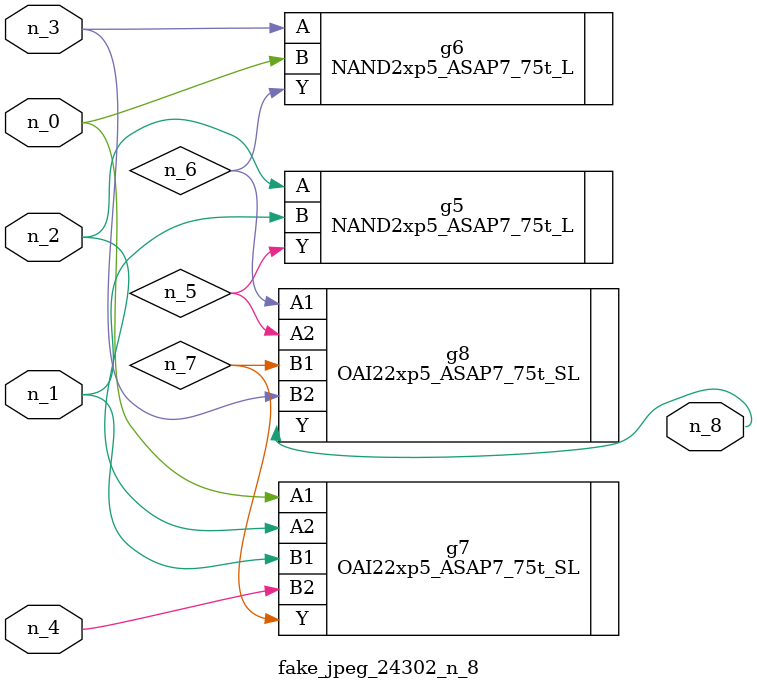
<source format=v>
module fake_jpeg_24302_n_8 (n_3, n_2, n_1, n_0, n_4, n_8);

input n_3;
input n_2;
input n_1;
input n_0;
input n_4;

output n_8;

wire n_6;
wire n_5;
wire n_7;

NAND2xp5_ASAP7_75t_L g5 ( 
.A(n_2),
.B(n_1),
.Y(n_5)
);

NAND2xp5_ASAP7_75t_L g6 ( 
.A(n_3),
.B(n_0),
.Y(n_6)
);

OAI22xp5_ASAP7_75t_SL g7 ( 
.A1(n_0),
.A2(n_2),
.B1(n_1),
.B2(n_4),
.Y(n_7)
);

OAI22xp5_ASAP7_75t_SL g8 ( 
.A1(n_6),
.A2(n_5),
.B1(n_7),
.B2(n_3),
.Y(n_8)
);


endmodule
</source>
